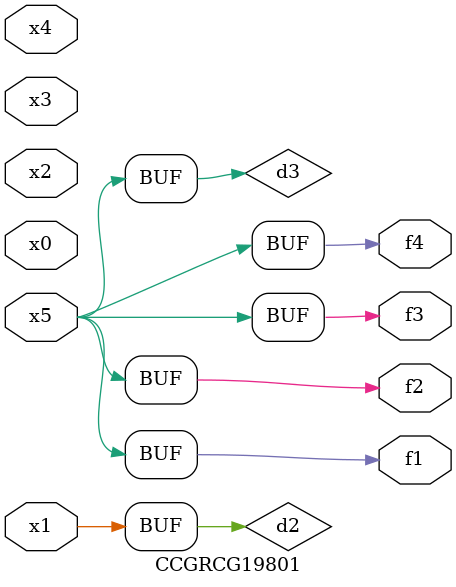
<source format=v>
module CCGRCG19801(
	input x0, x1, x2, x3, x4, x5,
	output f1, f2, f3, f4
);

	wire d1, d2, d3;

	not (d1, x5);
	or (d2, x1);
	xnor (d3, d1);
	assign f1 = d3;
	assign f2 = d3;
	assign f3 = d3;
	assign f4 = d3;
endmodule

</source>
